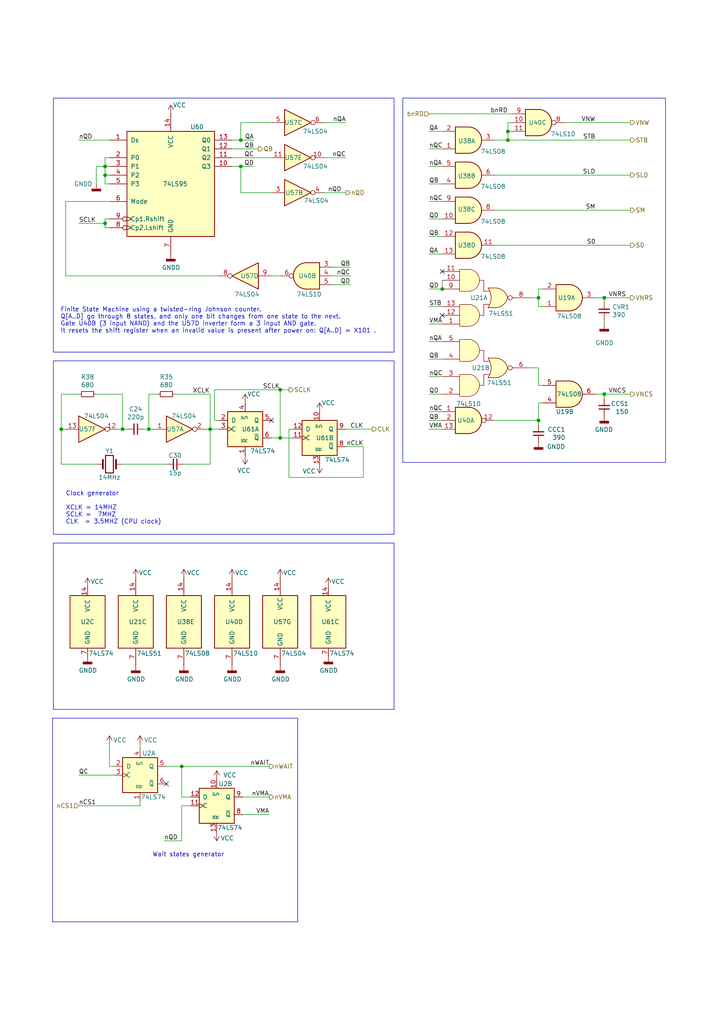
<source format=kicad_sch>
(kicad_sch (version 20230121) (generator eeschema)
  (paper "A4" portrait)
  (lib_symbols
    (symbol "74xx:74LS04"
      (property "Reference" "U" (at 0 1.27 0))
      (property "Value" "74LS04" (at 0 -1.27 0))
      (symbol "74LS04_1_0"
        (polyline (pts (xy -3.81 3.81) (xy -3.81 -3.81) (xy 3.81 0) (xy -3.81 3.81)) (stroke (width 0.254)) (fill (type background)))
        (pin input line (at -7.62 0 0) (length 3.81) (name "~") (number "1"))
        (pin output inverted (at 7.62 0 180) (length 3.81) (name "~") (number "2"))
      )
      (symbol "74LS04_2_0"
        (polyline (pts (xy -3.81 3.81) (xy -3.81 -3.81) (xy 3.81 0) (xy -3.81 3.81)) (stroke (width 0.254)) (fill (type background)))
        (pin input line (at -7.62 0 0) (length 3.81) (name "~") (number "3"))
        (pin output inverted (at 7.62 0 180) (length 3.81) (name "~") (number "4"))
      )
      (symbol "74LS04_3_0"
        (polyline (pts (xy -3.81 3.81) (xy -3.81 -3.81) (xy 3.81 0) (xy -3.81 3.81)) (stroke (width 0.254)) (fill (type background)))
        (pin input line (at -7.62 0 0) (length 3.81) (name "~") (number "5"))
        (pin output inverted (at 7.62 0 180) (length 3.81) (name "~") (number "6"))
      )
      (symbol "74LS04_4_0"
        (polyline (pts (xy -3.81 3.81) (xy -3.81 -3.81) (xy 3.81 0) (xy -3.81 3.81)) (stroke (width 0.254)) (fill (type background)))
        (pin output inverted (at 7.62 0 180) (length 3.81) (name "~") (number "8"))
        (pin input line (at -7.62 0 0) (length 3.81) (name "~") (number "9"))
      )
      (symbol "74LS04_5_0"
        (polyline (pts (xy -3.81 3.81) (xy -3.81 -3.81) (xy 3.81 0) (xy -3.81 3.81)) (stroke (width 0.254)) (fill (type background)))
        (pin output inverted (at 7.62 0 180) (length 3.81) (name "~") (number "10"))
        (pin input line (at -7.62 0 0) (length 3.81) (name "~") (number "11"))
      )
      (symbol "74LS04_6_0"
        (polyline (pts (xy -3.81 3.81) (xy -3.81 -3.81) (xy 3.81 0) (xy -3.81 3.81)) (stroke (width 0.254)) (fill (type background)))
        (pin output inverted (at 7.62 0 180) (length 3.81) (name "~") (number "12"))
        (pin input line (at -7.62 0 0) (length 3.81) (name "~") (number "13"))
      )
      (symbol "74LS04_7_0"
        (pin power_in line (at 0 12.7 270) (length 5.08) (name "VCC") (number "14"))
        (pin power_in line (at 0 -12.7 90) (length 5.08) (name "GND") (number "7"))
      )
      (symbol "74LS04_7_1"
        (rectangle (start -5.08 7.62) (end 5.08 -7.62) (stroke (width 0.254)) (fill (type background)))
      )
    )
    (symbol "74xx:74LS08" (pin_names (offset 1.016))
      (property "Reference" "U" (at 0 1.27 0))
      (property "Value" "74LS08" (at 0 -1.27 0))
      (symbol "74LS08_1_1"
        (arc (start 0 -3.81) (mid 3.7934 0) (end 0 3.81) (stroke (width 0.254)) (fill (type background)))
        (polyline (pts (xy 0 3.81) (xy -3.81 3.81) (xy -3.81 -3.81) (xy 0 -3.81)) (stroke (width 0.254)) (fill (type background)))
        (pin input line (at -7.62 2.54 0) (length 3.81) (name "~") (number "1"))
        (pin input line (at -7.62 -2.54 0) (length 3.81) (name "~") (number "2"))
        (pin output line (at 7.62 0 180) (length 3.81) (name "~") (number "3"))
      )
      (symbol "74LS08_1_2"
        (arc (start -3.81 -3.81) (mid -2.589 0) (end -3.81 3.81) (stroke (width 0.254)))
        (arc (start -0.6096 -3.81) (mid 2.1842 -2.5851) (end 3.81 0) (stroke (width 0.254)) (fill (type background)))
        (polyline (pts (xy -3.81 -3.81) (xy -0.635 -3.81)) (stroke (width 0.254)) (fill (type background)))
        (polyline (pts (xy -3.81 3.81) (xy -0.635 3.81)) (stroke (width 0.254)) (fill (type background)))
        (polyline (pts (xy -0.635 3.81) (xy -3.81 3.81) (xy -3.81 3.81) (xy -3.556 3.4036) (xy -3.0226 2.2606) (xy -2.6924 1.0414) (xy -2.6162 -0.254) (xy -2.7686 -1.4986) (xy -3.175 -2.7178) (xy -3.81 -3.81) (xy -3.81 -3.81) (xy -0.635 -3.81)) (stroke (width -25.4)) (fill (type background)))
        (arc (start 3.81 0) (mid 2.1915 2.5936) (end -0.6096 3.81) (stroke (width 0.254)) (fill (type background)))
        (pin input inverted (at -7.62 2.54 0) (length 4.318) (name "~") (number "1"))
        (pin input inverted (at -7.62 -2.54 0) (length 4.318) (name "~") (number "2"))
        (pin output inverted (at 7.62 0 180) (length 3.81) (name "~") (number "3"))
      )
      (symbol "74LS08_2_1"
        (arc (start 0 -3.81) (mid 3.7934 0) (end 0 3.81) (stroke (width 0.254)) (fill (type background)))
        (polyline (pts (xy 0 3.81) (xy -3.81 3.81) (xy -3.81 -3.81) (xy 0 -3.81)) (stroke (width 0.254)) (fill (type background)))
        (pin input line (at -7.62 2.54 0) (length 3.81) (name "~") (number "4"))
        (pin input line (at -7.62 -2.54 0) (length 3.81) (name "~") (number "5"))
        (pin output line (at 7.62 0 180) (length 3.81) (name "~") (number "6"))
      )
      (symbol "74LS08_2_2"
        (arc (start -3.81 -3.81) (mid -2.589 0) (end -3.81 3.81) (stroke (width 0.254)))
        (arc (start -0.6096 -3.81) (mid 2.1842 -2.5851) (end 3.81 0) (stroke (width 0.254)) (fill (type background)))
        (polyline (pts (xy -3.81 -3.81) (xy -0.635 -3.81)) (stroke (width 0.254)) (fill (type background)))
        (polyline (pts (xy -3.81 3.81) (xy -0.635 3.81)) (stroke (width 0.254)) (fill (type background)))
        (polyline (pts (xy -0.635 3.81) (xy -3.81 3.81) (xy -3.81 3.81) (xy -3.556 3.4036) (xy -3.0226 2.2606) (xy -2.6924 1.0414) (xy -2.6162 -0.254) (xy -2.7686 -1.4986) (xy -3.175 -2.7178) (xy -3.81 -3.81) (xy -3.81 -3.81) (xy -0.635 -3.81)) (stroke (width -25.4)) (fill (type background)))
        (arc (start 3.81 0) (mid 2.1915 2.5936) (end -0.6096 3.81) (stroke (width 0.254)) (fill (type background)))
        (pin input inverted (at -7.62 2.54 0) (length 4.318) (name "~") (number "4"))
        (pin input inverted (at -7.62 -2.54 0) (length 4.318) (name "~") (number "5"))
        (pin output inverted (at 7.62 0 180) (length 3.81) (name "~") (number "6"))
      )
      (symbol "74LS08_3_1"
        (arc (start 0 -3.81) (mid 3.7934 0) (end 0 3.81) (stroke (width 0.254)) (fill (type background)))
        (polyline (pts (xy 0 3.81) (xy -3.81 3.81) (xy -3.81 -3.81) (xy 0 -3.81)) (stroke (width 0.254)) (fill (type background)))
        (pin input line (at -7.62 -2.54 0) (length 3.81) (name "~") (number "10"))
        (pin output line (at 7.62 0 180) (length 3.81) (name "~") (number "8"))
        (pin input line (at -7.62 2.54 0) (length 3.81) (name "~") (number "9"))
      )
      (symbol "74LS08_3_2"
        (arc (start -3.81 -3.81) (mid -2.589 0) (end -3.81 3.81) (stroke (width 0.254)))
        (arc (start -0.6096 -3.81) (mid 2.1842 -2.5851) (end 3.81 0) (stroke (width 0.254)) (fill (type background)))
        (polyline (pts (xy -3.81 -3.81) (xy -0.635 -3.81)) (stroke (width 0.254)) (fill (type background)))
        (polyline (pts (xy -3.81 3.81) (xy -0.635 3.81)) (stroke (width 0.254)) (fill (type background)))
        (polyline (pts (xy -0.635 3.81) (xy -3.81 3.81) (xy -3.81 3.81) (xy -3.556 3.4036) (xy -3.0226 2.2606) (xy -2.6924 1.0414) (xy -2.6162 -0.254) (xy -2.7686 -1.4986) (xy -3.175 -2.7178) (xy -3.81 -3.81) (xy -3.81 -3.81) (xy -0.635 -3.81)) (stroke (width -25.4)) (fill (type background)))
        (arc (start 3.81 0) (mid 2.1915 2.5936) (end -0.6096 3.81) (stroke (width 0.254)) (fill (type background)))
        (pin input inverted (at -7.62 -2.54 0) (length 4.318) (name "~") (number "10"))
        (pin output inverted (at 7.62 0 180) (length 3.81) (name "~") (number "8"))
        (pin input inverted (at -7.62 2.54 0) (length 4.318) (name "~") (number "9"))
      )
      (symbol "74LS08_4_1"
        (arc (start 0 -3.81) (mid 3.7934 0) (end 0 3.81) (stroke (width 0.254)) (fill (type background)))
        (polyline (pts (xy 0 3.81) (xy -3.81 3.81) (xy -3.81 -3.81) (xy 0 -3.81)) (stroke (width 0.254)) (fill (type background)))
        (pin output line (at 7.62 0 180) (length 3.81) (name "~") (number "11"))
        (pin input line (at -7.62 2.54 0) (length 3.81) (name "~") (number "12"))
        (pin input line (at -7.62 -2.54 0) (length 3.81) (name "~") (number "13"))
      )
      (symbol "74LS08_4_2"
        (arc (start -3.81 -3.81) (mid -2.589 0) (end -3.81 3.81) (stroke (width 0.254)))
        (arc (start -0.6096 -3.81) (mid 2.1842 -2.5851) (end 3.81 0) (stroke (width 0.254)) (fill (type background)))
        (polyline (pts (xy -3.81 -3.81) (xy -0.635 -3.81)) (stroke (width 0.254)) (fill (type background)))
        (polyline (pts (xy -3.81 3.81) (xy -0.635 3.81)) (stroke (width 0.254)) (fill (type background)))
        (polyline (pts (xy -0.635 3.81) (xy -3.81 3.81) (xy -3.81 3.81) (xy -3.556 3.4036) (xy -3.0226 2.2606) (xy -2.6924 1.0414) (xy -2.6162 -0.254) (xy -2.7686 -1.4986) (xy -3.175 -2.7178) (xy -3.81 -3.81) (xy -3.81 -3.81) (xy -0.635 -3.81)) (stroke (width -25.4)) (fill (type background)))
        (arc (start 3.81 0) (mid 2.1915 2.5936) (end -0.6096 3.81) (stroke (width 0.254)) (fill (type background)))
        (pin output inverted (at 7.62 0 180) (length 3.81) (name "~") (number "11"))
        (pin input inverted (at -7.62 2.54 0) (length 4.318) (name "~") (number "12"))
        (pin input inverted (at -7.62 -2.54 0) (length 4.318) (name "~") (number "13"))
      )
      (symbol "74LS08_5_0"
        (pin power_in line (at 0 12.7 270) (length 5.08) (name "VCC") (number "14"))
        (pin power_in line (at 0 -12.7 90) (length 5.08) (name "GND") (number "7"))
      )
      (symbol "74LS08_5_1"
        (rectangle (start -5.08 7.62) (end 5.08 -7.62) (stroke (width 0.254)) (fill (type background)))
      )
    )
    (symbol "74xx:74LS10" (pin_names (offset 1.016))
      (property "Reference" "U" (at 0 1.27 0))
      (property "Value" "74LS10" (at 0 -1.27 0))
      (symbol "74LS10_1_1"
        (arc (start 0 -3.81) (mid 3.7934 0) (end 0 3.81) (stroke (width 0.254)) (fill (type background)))
        (polyline (pts (xy 0 3.81) (xy -3.81 3.81) (xy -3.81 -3.81) (xy 0 -3.81)) (stroke (width 0.254)) (fill (type background)))
        (pin input line (at -7.62 2.54 0) (length 3.81) (name "~") (number "1"))
        (pin output inverted (at 7.62 0 180) (length 3.81) (name "~") (number "12"))
        (pin input line (at -7.62 -2.54 0) (length 3.81) (name "~") (number "13"))
        (pin input line (at -7.62 0 0) (length 3.81) (name "~") (number "2"))
      )
      (symbol "74LS10_1_2"
        (arc (start -3.81 -3.81) (mid -2.589 0) (end -3.81 3.81) (stroke (width 0.254)))
        (arc (start -0.6096 -3.81) (mid 2.1842 -2.5851) (end 3.81 0) (stroke (width 0.254)) (fill (type background)))
        (polyline (pts (xy -3.81 -3.81) (xy -0.635 -3.81)) (stroke (width 0.254)) (fill (type background)))
        (polyline (pts (xy -3.81 3.81) (xy -0.635 3.81)) (stroke (width 0.254)) (fill (type background)))
        (polyline (pts (xy -0.635 3.81) (xy -3.81 3.81) (xy -3.81 3.81) (xy -3.556 3.4036) (xy -3.0226 2.2606) (xy -2.6924 1.0414) (xy -2.6162 -0.254) (xy -2.7686 -1.4986) (xy -3.175 -2.7178) (xy -3.81 -3.81) (xy -3.81 -3.81) (xy -0.635 -3.81)) (stroke (width -25.4)) (fill (type background)))
        (arc (start 3.81 0) (mid 2.1915 2.5936) (end -0.6096 3.81) (stroke (width 0.254)) (fill (type background)))
        (pin input inverted (at -7.62 2.54 0) (length 4.318) (name "~") (number "1"))
        (pin output line (at 7.62 0 180) (length 3.81) (name "~") (number "12"))
        (pin input inverted (at -7.62 -2.54 0) (length 4.318) (name "~") (number "13"))
        (pin input inverted (at -7.62 0 0) (length 4.953) (name "~") (number "2"))
      )
      (symbol "74LS10_2_1"
        (arc (start 0 -3.81) (mid 3.7934 0) (end 0 3.81) (stroke (width 0.254)) (fill (type background)))
        (polyline (pts (xy 0 3.81) (xy -3.81 3.81) (xy -3.81 -3.81) (xy 0 -3.81)) (stroke (width 0.254)) (fill (type background)))
        (pin input line (at -7.62 2.54 0) (length 3.81) (name "~") (number "3"))
        (pin input line (at -7.62 0 0) (length 3.81) (name "~") (number "4"))
        (pin input line (at -7.62 -2.54 0) (length 3.81) (name "~") (number "5"))
        (pin output inverted (at 7.62 0 180) (length 3.81) (name "~") (number "6"))
      )
      (symbol "74LS10_2_2"
        (arc (start -3.81 -3.81) (mid -2.589 0) (end -3.81 3.81) (stroke (width 0.254)))
        (arc (start -0.6096 -3.81) (mid 2.1842 -2.5851) (end 3.81 0) (stroke (width 0.254)) (fill (type background)))
        (polyline (pts (xy -3.81 -3.81) (xy -0.635 -3.81)) (stroke (width 0.254)) (fill (type background)))
        (polyline (pts (xy -3.81 3.81) (xy -0.635 3.81)) (stroke (width 0.254)) (fill (type background)))
        (polyline (pts (xy -0.635 3.81) (xy -3.81 3.81) (xy -3.81 3.81) (xy -3.556 3.4036) (xy -3.0226 2.2606) (xy -2.6924 1.0414) (xy -2.6162 -0.254) (xy -2.7686 -1.4986) (xy -3.175 -2.7178) (xy -3.81 -3.81) (xy -3.81 -3.81) (xy -0.635 -3.81)) (stroke (width -25.4)) (fill (type background)))
        (arc (start 3.81 0) (mid 2.1915 2.5936) (end -0.6096 3.81) (stroke (width 0.254)) (fill (type background)))
        (pin input inverted (at -7.62 2.54 0) (length 4.318) (name "~") (number "3"))
        (pin input inverted (at -7.62 0 0) (length 4.953) (name "~") (number "4"))
        (pin input inverted (at -7.62 -2.54 0) (length 4.318) (name "~") (number "5"))
        (pin output line (at 7.62 0 180) (length 3.81) (name "~") (number "6"))
      )
      (symbol "74LS10_3_1"
        (arc (start 0 -3.81) (mid 3.7934 0) (end 0 3.81) (stroke (width 0.254)) (fill (type background)))
        (polyline (pts (xy 0 3.81) (xy -3.81 3.81) (xy -3.81 -3.81) (xy 0 -3.81)) (stroke (width 0.254)) (fill (type background)))
        (pin input line (at -7.62 0 0) (length 3.81) (name "~") (number "10"))
        (pin input line (at -7.62 -2.54 0) (length 3.81) (name "~") (number "11"))
        (pin output inverted (at 7.62 0 180) (length 3.81) (name "~") (number "8"))
        (pin input line (at -7.62 2.54 0) (length 3.81) (name "~") (number "9"))
      )
      (symbol "74LS10_3_2"
        (arc (start -3.81 -3.81) (mid -2.589 0) (end -3.81 3.81) (stroke (width 0.254)))
        (arc (start -0.6096 -3.81) (mid 2.1842 -2.5851) (end 3.81 0) (stroke (width 0.254)) (fill (type background)))
        (polyline (pts (xy -3.81 -3.81) (xy -0.635 -3.81)) (stroke (width 0.254)) (fill (type background)))
        (polyline (pts (xy -3.81 3.81) (xy -0.635 3.81)) (stroke (width 0.254)) (fill (type background)))
        (polyline (pts (xy -0.635 3.81) (xy -3.81 3.81) (xy -3.81 3.81) (xy -3.556 3.4036) (xy -3.0226 2.2606) (xy -2.6924 1.0414) (xy -2.6162 -0.254) (xy -2.7686 -1.4986) (xy -3.175 -2.7178) (xy -3.81 -3.81) (xy -3.81 -3.81) (xy -0.635 -3.81)) (stroke (width -25.4)) (fill (type background)))
        (arc (start 3.81 0) (mid 2.1915 2.5936) (end -0.6096 3.81) (stroke (width 0.254)) (fill (type background)))
        (pin input inverted (at -7.62 0 0) (length 4.953) (name "~") (number "10"))
        (pin input inverted (at -7.62 -2.54 0) (length 4.318) (name "~") (number "11"))
        (pin output line (at 7.62 0 180) (length 3.81) (name "~") (number "8"))
        (pin input inverted (at -7.62 2.54 0) (length 4.318) (name "~") (number "9"))
      )
      (symbol "74LS10_4_0"
        (pin power_in line (at 0 12.7 270) (length 5.08) (name "VCC") (number "14"))
        (pin power_in line (at 0 -12.7 90) (length 5.08) (name "GND") (number "7"))
      )
      (symbol "74LS10_4_1"
        (rectangle (start -5.08 7.62) (end 5.08 -7.62) (stroke (width 0.254)) (fill (type background)))
      )
    )
    (symbol "74xx:74LS51" (pin_names (offset 1.016))
      (property "Reference" "U" (at -7.62 10.16 0))
      (property "Value" "74LS51" (at -7.62 -10.16 0))
      (symbol "74LS51_1_0"
        (arc (start -5.08 -8.255) (mid -1.9188 -5.08) (end -5.08 -1.905) (fill (type background)))
        (arc (start -5.08 1.905) (mid -1.9188 5.08) (end -5.08 8.255) (fill (type background)))
        (polyline (pts (xy -5.08 -1.905) (xy -7.62 -1.905) (xy -7.62 -8.255) (xy -5.08 -8.255)) (fill (type background)))
        (polyline (pts (xy -5.08 1.905) (xy -7.62 1.905) (xy -7.62 8.255) (xy -5.08 8.255)) (fill (type background)))
        (polyline (pts (xy -1.905 -5.08) (xy -0.635 -5.08) (xy -0.635 -1.905) (xy 1.016 -1.905)))
        (polyline (pts (xy -1.905 5.08) (xy -0.635 5.08) (xy -0.635 1.905) (xy 1.016 1.905)))
        (polyline (pts (xy 2.9718 2.8702) (xy 0.5842 2.8702) (xy 0.5842 2.8448) (xy 0.635 2.7432) (xy 0.7112 2.6416) (xy 0.762 2.54) (xy 0.8382 2.4384) (xy 0.889 2.3114) (xy 0.9652 2.2098) (xy 1.016 2.0828) (xy 1.0668 1.9812) (xy 1.1176 1.8542) (xy 1.1684 1.7526) (xy 1.2192 1.6256) (xy 1.2446 1.4986) (xy 1.2954 1.3716) (xy 1.3208 1.27) (xy 1.3462 1.143) (xy 1.3716 1.016) (xy 1.397 0.889) (xy 1.4224 0.762) (xy 1.4478 0.635) (xy 1.4478 0.508) (xy 1.4732 0.381) (xy 1.4732 0.254) (xy 1.4732 0.127) (xy 1.4732 0) (xy 1.4732 -0.127) (xy 1.4732 -0.254) (xy 1.4732 -0.381) (xy 1.4732 -0.508) (xy 1.4478 -0.635) (xy 1.4224 -0.762) (xy 1.397 -0.889) (xy 1.397 -1.016) (xy 1.3462 -1.143) (xy 1.3208 -1.2446) (xy 1.2954 -1.3716) (xy 1.2446 -1.4986) (xy 1.2192 -1.6256) (xy 1.1684 -1.7272) (xy 1.1176 -1.8542) (xy 1.0668 -1.9812) (xy 1.016 -2.0828) (xy 0.9652 -2.2098) (xy 0.9144 -2.3114) (xy 0.8636 -2.4384) (xy 0.7874 -2.54) (xy 0.7112 -2.6416) (xy 0.6604 -2.7432) (xy 0.5842 -2.8448) (xy 0.5842 -2.8448) (xy 2.9718 -2.8448)) (stroke (width 0.1778)) (fill (type background)))
        (arc (start 2.9718 -2.8448) (mid 5.0811 -1.9407) (end 6.2992 0) (stroke (width 0.1778)) (fill (type background)))
        (arc (start 6.2992 0) (mid 5.0781 1.9435) (end 2.9718 2.8702) (stroke (width 0.1778)) (fill (type background)))
        (circle (center 6.985 0) (radius 0.635))
        (pin input line (at -12.7 7.62 0) (length 5.08) (name "~") (number "1"))
        (pin input line (at -12.7 -5.08 0) (length 5.08) (name "~") (number "10"))
        (pin input line (at -12.7 -7.62 0) (length 5.08) (name "~") (number "11"))
        (pin input line (at -12.7 5.08 0) (length 5.08) (name "~") (number "12"))
        (pin input line (at -12.7 2.54 0) (length 5.08) (name "~") (number "13"))
        (pin output line (at 12.7 0 180) (length 5.08) (name "~") (number "8"))
        (pin input line (at -12.7 -2.54 0) (length 5.08) (name "~") (number "9"))
      )
      (symbol "74LS51_2_0"
        (arc (start -5.08 -8.255) (mid -1.9188 -5.08) (end -5.08 -1.905) (fill (type background)))
        (arc (start -5.08 1.905) (mid -1.9188 5.08) (end -5.08 8.255) (fill (type background)))
        (polyline (pts (xy -5.08 -1.905) (xy -7.62 -1.905) (xy -7.62 -8.255) (xy -5.08 -8.255)) (fill (type background)))
        (polyline (pts (xy -5.08 1.905) (xy -7.62 1.905) (xy -7.62 8.255) (xy -5.08 8.255)) (fill (type background)))
        (polyline (pts (xy -1.905 -5.08) (xy -0.635 -5.08) (xy -0.635 -1.905) (xy 1.016 -1.905)))
        (polyline (pts (xy -1.905 5.08) (xy -0.635 5.08) (xy -0.635 1.905) (xy 1.016 1.905)))
        (polyline (pts (xy 2.9718 2.8702) (xy 0.5842 2.8702) (xy 0.5842 2.8448) (xy 0.635 2.7432) (xy 0.7112 2.6416) (xy 0.762 2.54) (xy 0.8382 2.4384) (xy 0.889 2.3114) (xy 0.9652 2.2098) (xy 1.016 2.0828) (xy 1.0668 1.9812) (xy 1.1176 1.8542) (xy 1.1684 1.7526) (xy 1.2192 1.6256) (xy 1.2446 1.4986) (xy 1.2954 1.3716) (xy 1.3208 1.27) (xy 1.3462 1.143) (xy 1.3716 1.016) (xy 1.397 0.889) (xy 1.4224 0.762) (xy 1.4478 0.635) (xy 1.4478 0.508) (xy 1.4732 0.381) (xy 1.4732 0.254) (xy 1.4732 0.127) (xy 1.4732 0) (xy 1.4732 -0.127) (xy 1.4732 -0.254) (xy 1.4732 -0.381) (xy 1.4732 -0.508) (xy 1.4478 -0.635) (xy 1.4224 -0.762) (xy 1.397 -0.889) (xy 1.397 -1.016) (xy 1.3462 -1.143) (xy 1.3208 -1.2446) (xy 1.2954 -1.3716) (xy 1.2446 -1.4986) (xy 1.2192 -1.6256) (xy 1.1684 -1.7272) (xy 1.1176 -1.8542) (xy 1.0668 -1.9812) (xy 1.016 -2.0828) (xy 0.9652 -2.2098) (xy 0.9144 -2.3114) (xy 0.8636 -2.4384) (xy 0.7874 -2.54) (xy 0.7112 -2.6416) (xy 0.6604 -2.7432) (xy 0.5842 -2.8448) (xy 0.5842 -2.8448) (xy 2.9718 -2.8448)) (stroke (width 0.1778)) (fill (type background)))
        (arc (start 2.9718 -2.8448) (mid 5.0811 -1.9407) (end 6.2992 0) (stroke (width 0.1778)) (fill (type background)))
        (arc (start 6.2992 0) (mid 5.0781 1.9435) (end 2.9718 2.8702) (stroke (width 0.1778)) (fill (type background)))
        (circle (center 6.985 0) (radius 0.635))
        (pin input line (at -12.7 7.62 0) (length 5.08) (name "~") (number "2"))
        (pin input line (at -12.7 2.54 0) (length 5.08) (name "~") (number "3"))
        (pin input line (at -12.7 -2.54 0) (length 5.08) (name "~") (number "4"))
        (pin input line (at -12.7 -7.62 0) (length 5.08) (name "~") (number "5"))
        (pin output line (at 12.7 0 180) (length 5.08) (name "~") (number "6"))
      )
      (symbol "74LS51_3_0"
        (pin power_in line (at 0 12.7 270) (length 5.08) (name "VCC") (number "14"))
        (pin power_in line (at 0 -12.7 90) (length 5.08) (name "GND") (number "7"))
      )
      (symbol "74LS51_3_1"
        (rectangle (start -5.08 7.62) (end 5.08 -7.62) (stroke (width 0.254)) (fill (type background)))
      )
    )
    (symbol "74xx:74LS74" (pin_names (offset 1.016))
      (property "Reference" "U" (at -7.62 8.89 0))
      (property "Value" "74LS74" (at -7.62 -8.89 0))
      (symbol "74LS74_1_0"
        (pin input line (at 0 -7.62 90) (length 2.54) (name "~{R}") (number "1"))
        (pin input line (at -7.62 2.54 0) (length 2.54) (name "D") (number "2"))
        (pin input clock (at -7.62 0 0) (length 2.54) (name "C") (number "3"))
        (pin input line (at 0 7.62 270) (length 2.54) (name "~{S}") (number "4"))
        (pin output line (at 7.62 2.54 180) (length 2.54) (name "Q") (number "5"))
        (pin output line (at 7.62 -2.54 180) (length 2.54) (name "~{Q}") (number "6"))
      )
      (symbol "74LS74_1_1"
        (rectangle (start -5.08 5.08) (end 5.08 -5.08) (stroke (width 0.254)) (fill (type background)))
      )
      (symbol "74LS74_2_0"
        (pin input line (at 0 7.62 270) (length 2.54) (name "~{S}") (number "10"))
        (pin input clock (at -7.62 0 0) (length 2.54) (name "C") (number "11"))
        (pin input line (at -7.62 2.54 0) (length 2.54) (name "D") (number "12"))
        (pin input line (at 0 -7.62 90) (length 2.54) (name "~{R}") (number "13"))
        (pin output line (at 7.62 -2.54 180) (length 2.54) (name "~{Q}") (number "8"))
        (pin output line (at 7.62 2.54 180) (length 2.54) (name "Q") (number "9"))
      )
      (symbol "74LS74_2_1"
        (rectangle (start -5.08 5.08) (end 5.08 -5.08) (stroke (width 0.254)) (fill (type background)))
      )
      (symbol "74LS74_3_0"
        (pin power_in line (at 0 10.16 270) (length 2.54) (name "VCC") (number "14"))
        (pin power_in line (at 0 -10.16 90) (length 2.54) (name "GND") (number "7"))
      )
      (symbol "74LS74_3_1"
        (rectangle (start -5.08 7.62) (end 5.08 -7.62) (stroke (width 0.254)) (fill (type background)))
      )
    )
    (symbol "74xx:74LS95" (pin_names (offset 1.016))
      (property "Reference" "U" (at -7.62 16.51 0))
      (property "Value" "74LS95" (at -7.62 -16.51 0))
      (symbol "74LS95_1_0"
        (pin input line (at -17.78 12.7 0) (length 5.08) (name "Ds") (number "1"))
        (pin output line (at 17.78 5.08 180) (length 5.08) (name "Q3") (number "10"))
        (pin output line (at 17.78 7.62 180) (length 5.08) (name "Q2") (number "11"))
        (pin output line (at 17.78 10.16 180) (length 5.08) (name "Q1") (number "12"))
        (pin output line (at 17.78 12.7 180) (length 5.08) (name "Q0") (number "13"))
        (pin power_in line (at 0 20.32 270) (length 5.08) (name "VCC") (number "14"))
        (pin input line (at -17.78 7.62 0) (length 5.08) (name "P0") (number "2"))
        (pin input line (at -17.78 5.08 0) (length 5.08) (name "P1") (number "3"))
        (pin input line (at -17.78 2.54 0) (length 5.08) (name "P2") (number "4"))
        (pin input line (at -17.78 0 0) (length 5.08) (name "P3") (number "5"))
        (pin input line (at -17.78 -5.08 0) (length 5.08) (name "Mode") (number "6"))
        (pin power_in line (at 0 -20.32 90) (length 5.08) (name "GND") (number "7"))
        (pin input inverted_clock (at -17.78 -12.7 0) (length 5.08) (name "Cp2.Lshift") (number "8"))
        (pin input inverted_clock (at -17.78 -10.16 0) (length 5.08) (name "Cp1.Rshift") (number "9"))
      )
      (symbol "74LS95_1_1"
        (rectangle (start -12.7 15.24) (end 12.7 -15.24) (stroke (width 0.254)) (fill (type background)))
      )
    )
    (symbol "Device:C_Small" (pin_numbers hide) (pin_names (offset 0.254) hide)
      (property "Reference" "C" (at 0.254 1.778 0))
      (property "Value" "C_Small" (at 0.254 -2.032 0))
      (symbol "C_Small_0_1"
        (polyline (pts (xy -1.524 -0.508) (xy 1.524 -0.508)) (stroke (width 0.3302)))
        (polyline (pts (xy -1.524 0.508) (xy 1.524 0.508)) (stroke (width 0.3048)))
      )
      (symbol "C_Small_1_1"
        (pin passive line (at 0 2.54 270) (length 2.032) (name "~") (number "1"))
        (pin passive line (at 0 -2.54 90) (length 2.032) (name "~") (number "2"))
      )
    )
    (symbol "Device:Crystal" (pin_numbers hide) (pin_names (offset 1.016) hide)
      (property "Reference" "Y" (at 0 3.81 0))
      (property "Value" "Crystal" (at 0 -3.81 0))
      (symbol "Crystal_0_1"
        (rectangle (start -1.143 2.54) (end 1.143 -2.54) (stroke (width 0.3048)))
        (polyline (pts (xy -2.54 0) (xy -1.905 0)))
        (polyline (pts (xy -1.905 -1.27) (xy -1.905 1.27)) (stroke (width 0.508)))
        (polyline (pts (xy 1.905 -1.27) (xy 1.905 1.27)) (stroke (width 0.508)))
        (polyline (pts (xy 2.54 0) (xy 1.905 0)))
      )
      (symbol "Crystal_1_1"
        (pin passive line (at -3.81 0 0) (length 1.27) (name "1") (number "1"))
        (pin passive line (at 3.81 0 180) (length 1.27) (name "2") (number "2"))
      )
    )
    (symbol "Device:R_Small" (pin_numbers hide) (pin_names (offset 0.254) hide)
      (property "Reference" "R" (at 0.762 0.508 0))
      (property "Value" "R_Small" (at 0.762 -1.016 0))
      (symbol "R_Small_0_1"
        (rectangle (start -0.762 1.778) (end 0.762 -1.778) (stroke (width 0.2032)))
      )
      (symbol "R_Small_1_1"
        (pin passive line (at 0 2.54 270) (length 0.762) (name "~") (number "1"))
        (pin passive line (at 0 -2.54 90) (length 0.762) (name "~") (number "2"))
      )
    )
    (symbol "power:GNDD" (power) (pin_names (offset 0))
      (property "Value" "GNDD" (at 0 -3.175 0))
      (symbol "GNDD_0_1"
        (rectangle (start -1.27 -1.524) (end 1.27 -2.032) (stroke (width 0.254)) (fill (type outline)))
        (polyline (pts (xy 0 0) (xy 0 -1.524)))
      )
      (symbol "GNDD_1_1"
        (pin power_in line (at 0 0 270) (length 0) hide (name "GNDD") (number "1"))
      )
    )
    (symbol "power:VCC" (power) (pin_names (offset 0))
      (property "Value" "VCC" (at 0 3.81 0))
      (symbol "VCC_0_1"
        (polyline (pts (xy -0.762 1.27) (xy 0 2.54)))
        (polyline (pts (xy 0 0) (xy 0 2.54)))
        (polyline (pts (xy 0 2.54) (xy 0.762 1.27)))
      )
      (symbol "VCC_1_1"
        (pin power_in line (at 0 0 90) (length 0) hide (name "VCC") (number "1"))
      )
    )
  )
  (junction (at 175.26 86.36))
  (junction (at 147.32 40.64))
  (junction (at 52.705 222.25))
  (junction (at 128.27 83.82))
  (junction (at 30.48 50.8))
  (junction (at 35.56 124.46))
  (junction (at 69.85 48.26))
  (junction (at 69.85 40.64))
  (junction (at 30.48 48.26))
  (junction (at 81.28 127))
  (junction (at 43.18 124.46))
  (junction (at 156.21 86.36))
  (junction (at 147.32 38.1))
  (junction (at 156.21 121.92))
  (junction (at 81.28 113.03))
  (junction (at 17.78 124.46))
  (junction (at 30.48 64.77))
  (junction (at 175.26 114.3))
  (junction (at 60.96 124.46))
  (no_connect (at 48.26 227.33))
  (no_connect (at 128.27 91.44))
  (no_connect (at 128.27 78.74))
  (no_connect (at 78.74 121.92))
  (wire (pts (xy 124.46 48.26) (xy 128.27 48.26)))
  (wire (pts (xy 156.21 116.84) (xy 156.21 121.92)))
  (wire (pts (xy 124.46 124.46) (xy 128.27 124.46)))
  (wire (pts (xy 19.05 58.42) (xy 31.75 58.42)))
  (wire (pts (xy 31.75 48.26) (xy 30.48 48.26)))
  (wire (pts (xy 147.32 40.64) (xy 182.88 40.64)))
  (wire (pts (xy 175.26 86.36) (xy 175.26 87.63)))
  (wire (pts (xy 70.485 231.14) (xy 78.105 231.14)))
  (wire (pts (xy 124.46 43.18) (xy 128.27 43.18)))
  (wire (pts (xy 30.48 53.34) (xy 30.48 50.8)))
  (wire (pts (xy 30.48 45.72) (xy 30.48 48.26)))
  (wire (pts (xy 156.21 88.9) (xy 156.21 86.36)))
  (wire (pts (xy 30.48 66.04) (xy 31.75 66.04)))
  (wire (pts (xy 69.85 48.26) (xy 73.66 48.26)))
  (wire (pts (xy 156.21 111.76) (xy 156.21 106.68)))
  (wire (pts (xy 128.27 81.28) (xy 128.27 83.82)))
  (wire (pts (xy 157.48 83.82) (xy 156.21 83.82)))
  (wire (pts (xy 147.32 35.56) (xy 147.32 38.1)))
  (wire (pts (xy 22.86 224.79) (xy 33.02 224.79)))
  (wire (pts (xy 175.26 114.3) (xy 175.26 115.57)))
  (wire (pts (xy 156.21 106.68) (xy 153.67 106.68)))
  (wire (pts (xy 163.83 35.56) (xy 182.88 35.56)))
  (wire (pts (xy 124.46 114.3) (xy 128.27 114.3)))
  (wire (pts (xy 69.85 40.64) (xy 73.66 40.64)))
  (wire (pts (xy 30.48 45.72) (xy 31.75 45.72)))
  (wire (pts (xy 147.32 38.1) (xy 147.32 40.64)))
  (wire (pts (xy 67.31 43.18) (xy 74.93 43.18)))
  (wire (pts (xy 124.46 121.92) (xy 128.27 121.92)))
  (wire (pts (xy 124.46 58.42) (xy 128.27 58.42)))
  (wire (pts (xy 143.51 40.64) (xy 147.32 40.64)))
  (wire (pts (xy 52.705 243.84) (xy 47.625 243.84)))
  (wire (pts (xy 124.46 83.82) (xy 128.27 83.82)))
  (wire (pts (xy 78.74 80.01) (xy 81.28 80.01)))
  (wire (pts (xy 27.94 48.26) (xy 27.94 53.34)))
  (wire (pts (xy 96.52 77.47) (xy 101.6 77.47)))
  (wire (pts (xy 17.78 124.46) (xy 17.78 134.62)))
  (wire (pts (xy 143.51 121.92) (xy 156.21 121.92)))
  (wire (pts (xy 175.26 92.71) (xy 175.26 93.98)))
  (wire (pts (xy 81.28 127) (xy 78.74 127)))
  (wire (pts (xy 175.26 86.36) (xy 182.88 86.36)))
  (wire (pts (xy 124.46 68.58) (xy 128.27 68.58)))
  (wire (pts (xy 124.46 104.14) (xy 128.27 104.14)))
  (wire (pts (xy 52.705 233.68) (xy 55.245 233.68)))
  (wire (pts (xy 60.96 114.3) (xy 60.96 124.46)))
  (wire (pts (xy 31.75 222.25) (xy 31.75 215.9)))
  (wire (pts (xy 69.85 55.88) (xy 78.74 55.88)))
  (wire (pts (xy 53.34 134.62) (xy 60.96 134.62)))
  (wire (pts (xy 30.48 48.26) (xy 27.94 48.26)))
  (wire (pts (xy 128.27 88.9) (xy 124.46 88.9)))
  (wire (pts (xy 156.21 86.36) (xy 156.21 83.82)))
  (wire (pts (xy 17.78 124.46) (xy 17.78 114.3)))
  (wire (pts (xy 70.485 236.22) (xy 78.105 236.22)))
  (wire (pts (xy 17.78 134.62) (xy 27.94 134.62)))
  (wire (pts (xy 85.09 124.46) (xy 83.82 124.46)))
  (wire (pts (xy 52.705 222.25) (xy 52.705 231.14)))
  (wire (pts (xy 62.23 113.03) (xy 81.28 113.03)))
  (wire (pts (xy 148.59 35.56) (xy 147.32 35.56)))
  (wire (pts (xy 93.98 55.88) (xy 100.33 55.88)))
  (wire (pts (xy 43.18 124.46) (xy 44.45 124.46)))
  (wire (pts (xy 100.33 124.46) (xy 107.95 124.46)))
  (wire (pts (xy 62.23 121.92) (xy 62.23 113.03)))
  (wire (pts (xy 172.72 114.3) (xy 175.26 114.3)))
  (wire (pts (xy 31.75 53.34) (xy 30.48 53.34)))
  (wire (pts (xy 124.46 93.98) (xy 128.27 93.98)))
  (wire (pts (xy 48.26 222.25) (xy 52.705 222.25)))
  (wire (pts (xy 67.31 45.72) (xy 78.74 45.72)))
  (wire (pts (xy 40.64 215.9) (xy 40.64 217.17)))
  (wire (pts (xy 124.46 99.06) (xy 128.27 99.06)))
  (wire (pts (xy 43.18 124.46) (xy 43.18 114.3)))
  (wire (pts (xy 30.48 64.77) (xy 22.86 64.77)))
  (wire (pts (xy 30.48 63.5) (xy 30.48 64.77)))
  (wire (pts (xy 153.67 86.36) (xy 156.21 86.36)))
  (wire (pts (xy 147.32 38.1) (xy 148.59 38.1)))
  (wire (pts (xy 157.48 111.76) (xy 156.21 111.76)))
  (wire (pts (xy 143.51 50.8) (xy 182.88 50.8)))
  (wire (pts (xy 34.29 124.46) (xy 35.56 124.46)))
  (wire (pts (xy 157.48 116.84) (xy 156.21 116.84)))
  (wire (pts (xy 35.56 124.46) (xy 36.83 124.46)))
  (wire (pts (xy 124.46 63.5) (xy 128.27 63.5)))
  (wire (pts (xy 69.85 40.64) (xy 69.85 35.56)))
  (wire (pts (xy 33.02 222.25) (xy 31.75 222.25)))
  (wire (pts (xy 67.31 48.26) (xy 69.85 48.26)))
  (wire (pts (xy 63.5 121.92) (xy 62.23 121.92)))
  (wire (pts (xy 143.51 71.12) (xy 182.88 71.12)))
  (wire (pts (xy 19.05 80.01) (xy 19.05 58.42)))
  (wire (pts (xy 52.705 231.14) (xy 55.245 231.14)))
  (wire (pts (xy 40.64 233.68) (xy 40.64 232.41)))
  (wire (pts (xy 19.05 124.46) (xy 17.78 124.46)))
  (wire (pts (xy 22.86 233.68) (xy 40.64 233.68)))
  (wire (pts (xy 30.48 64.77) (xy 30.48 66.04)))
  (wire (pts (xy 172.72 86.36) (xy 175.26 86.36)))
  (wire (pts (xy 60.96 134.62) (xy 60.96 124.46)))
  (wire (pts (xy 43.18 114.3) (xy 45.72 114.3)))
  (wire (pts (xy 27.94 114.3) (xy 35.56 114.3)))
  (wire (pts (xy 41.91 124.46) (xy 43.18 124.46)))
  (wire (pts (xy 93.98 35.56) (xy 100.33 35.56)))
  (wire (pts (xy 143.51 60.96) (xy 182.88 60.96)))
  (wire (pts (xy 35.56 114.3) (xy 35.56 124.46)))
  (wire (pts (xy 35.56 134.62) (xy 48.26 134.62)))
  (wire (pts (xy 60.96 124.46) (xy 59.69 124.46)))
  (wire (pts (xy 81.28 113.03) (xy 83.82 113.03)))
  (wire (pts (xy 50.8 114.3) (xy 60.96 114.3)))
  (wire (pts (xy 52.705 222.25) (xy 78.105 222.25)))
  (wire (pts (xy 93.98 45.72) (xy 100.33 45.72)))
  (wire (pts (xy 175.26 114.3) (xy 182.88 114.3)))
  (wire (pts (xy 105.41 138.43) (xy 105.41 129.54)))
  (wire (pts (xy 31.75 50.8) (xy 30.48 50.8)))
  (wire (pts (xy 124.46 119.38) (xy 128.27 119.38)))
  (wire (pts (xy 96.52 82.55) (xy 101.6 82.55)))
  (wire (pts (xy 69.85 48.26) (xy 69.85 55.88)))
  (wire (pts (xy 30.48 50.8) (xy 30.48 48.26)))
  (wire (pts (xy 69.85 35.56) (xy 78.74 35.56)))
  (wire (pts (xy 156.21 121.92) (xy 156.21 123.19)))
  (wire (pts (xy 67.31 40.64) (xy 69.85 40.64)))
  (wire (pts (xy 81.28 127) (xy 85.09 127)))
  (wire (pts (xy 96.52 80.01) (xy 101.6 80.01)))
  (wire (pts (xy 19.05 80.01) (xy 63.5 80.01)))
  (wire (pts (xy 124.46 38.1) (xy 128.27 38.1)))
  (wire (pts (xy 83.82 138.43) (xy 105.41 138.43)))
  (wire (pts (xy 124.46 109.22) (xy 128.27 109.22)))
  (wire (pts (xy 83.82 124.46) (xy 83.82 138.43)))
  (wire (pts (xy 31.75 63.5) (xy 30.48 63.5)))
  (wire (pts (xy 124.46 53.34) (xy 128.27 53.34)))
  (wire (pts (xy 52.705 233.68) (xy 52.705 243.84)))
  (wire (pts (xy 81.28 113.03) (xy 81.28 127)))
  (wire (pts (xy 156.21 88.9) (xy 157.48 88.9)))
  (wire (pts (xy 60.96 124.46) (xy 63.5 124.46)))
  (wire (pts (xy 17.78 114.3) (xy 22.86 114.3)))
  (wire (pts (xy 124.46 33.02) (xy 148.59 33.02)))
  (wire (pts (xy 124.46 73.66) (xy 128.27 73.66)))
  (wire (pts (xy 105.41 129.54) (xy 100.33 129.54)))
  (wire (pts (xy 22.86 40.64) (xy 31.75 40.64)))
  (rectangle (start 15.494 157.48) (end 114.3 205.74))
  (rectangle (start 116.84 28.448) (end 193.04 134.112))
  (rectangle (start 15.24 208.28) (end 86.36 267.335))
  (rectangle (start 15.494 104.648) (end 114.3 154.94))
  (rectangle (start 15.494 28.448) (end 114.3 102.108))
  (text "Wait states generator" (at 44.196 248.666 0) (effects (font (size 1.27 1.27)) (justify left bottom)))
  (text "Clock generator\n\nXCLK = 14MHZ\nSCLK =  7MHZ\nCLK  = 3.5MHZ (CPU clock)" (at 19.05 152.146 0) (effects (font (size 1.27 1.27)) (justify left bottom)))
  (text "Finite State Machine using a twisted-ring Johnson counter.\nQ[A..D] go through 8 states, and only one bit changes from one state to the next.\nGate U40B (3 input NAND) and the U57D inverter form a 3 input AND gate.\nIt resets the shift register when an invalid value is present after power on: Q[A..D] = X101 ." (at 17.526 96.774 0) (effects (font (size 1.27 1.27)) (justify left bottom)))
  (label "SLD" (at 172.72 50.8 180))
  (label "QB" (at 124.46 68.58 0))
  (label "nQC" (at 124.46 58.42 0))
  (label "S0" (at 170.18 71.12 0))
  (label "nQD" (at 22.86 40.64 0))
  (label "SCLK" (at 76.2 113.03 0))
  (label "SCLK" (at 22.86 64.77 0))
  (label "nQC" (at 124.46 43.18 0))
  (label "VMA" (at 124.46 93.98 0))
  (label "QA" (at 124.46 73.66 0))
  (label "QD" (at 101.6 82.55 180))
  (label "nQC" (at 124.46 119.38 0))
  (label "nQA" (at 124.46 99.06 0))
  (label "VNW" (at 172.72 35.56 180))
  (label "QB" (at 101.6 77.47 180))
  (label "QB" (at 124.46 104.14 0))
  (label "QB" (at 73.66 43.18 180))
  (label "nCLK" (at 105.41 129.54 180))
  (label "QC" (at 22.86 224.79 0))
  (label "nCS1" (at 22.86 233.68 0))
  (label "XCLK" (at 55.88 114.3 0))
  (label "VNRS" (at 176.53 86.36 0))
  (label "CLK" (at 101.6 124.46 0))
  (label "STB" (at 124.46 88.9 0))
  (label "SM" (at 172.72 60.96 180))
  (label "nVMA" (at 73.025 231.14 0))
  (label "QA" (at 124.46 38.1 0))
  (label "STB" (at 172.72 40.64 180))
  (label "nQC" (at 124.46 109.22 0))
  (label "QA" (at 73.66 40.64 180))
  (label "VMA" (at 78.105 236.22 180))
  (label "QD" (at 73.66 48.26 180))
  (label "nQC" (at 100.33 45.72 180))
  (label "QB" (at 124.46 121.92 0))
  (label "QD" (at 124.46 63.5 0))
  (label "VNCS" (at 181.61 114.3 180))
  (label "nQA" (at 124.46 48.26 0))
  (label "nQC" (at 101.6 80.01 180))
  (label "QD" (at 124.46 83.82 0))
  (label "nQD" (at 47.625 243.84 0))
  (label "QB" (at 124.46 53.34 0))
  (label "nWAIT" (at 78.105 222.25 180))
  (label "VMA" (at 124.46 124.46 0))
  (label "nQA" (at 100.33 35.56 180))
  (label "QD" (at 124.46 114.3 0))
  (label "nQD" (at 99.06 55.88 180))
  (label "QC" (at 73.66 45.72 180))
  (label "bnRD" (at 142.24 33.02 0))
  (hierarchical_label "nQD" (shape output) (at 100.33 55.88 0))
  (hierarchical_label "CLK" (shape output) (at 107.95 124.46 0))
  (hierarchical_label "QB" (shape output) (at 74.93 43.18 0))
  (hierarchical_label "VNRS" (shape output) (at 182.88 86.36 0))
  (hierarchical_label "nCS1" (shape input) (at 22.86 233.68 180))
  (hierarchical_label "SM" (shape output) (at 182.88 60.96 0))
  (hierarchical_label "VNW" (shape output) (at 182.88 35.56 0))
  (hierarchical_label "bnRD" (shape input) (at 124.46 33.02 180))
  (hierarchical_label "S0" (shape output) (at 182.88 71.12 0))
  (hierarchical_label "STB" (shape output) (at 182.88 40.64 0))
  (hierarchical_label "nVMA" (shape output) (at 78.105 231.14 0))
  (hierarchical_label "SCLK" (shape output) (at 83.82 113.03 0))
  (hierarchical_label "SLD" (shape output) (at 182.88 50.8 0))
  (hierarchical_label "nWAIT" (shape output) (at 78.105 222.25 0))
  (hierarchical_label "VNCS" (shape output) (at 182.88 114.3 0))
  (symbol (lib_id "74xx:74LS04") (at 26.67 124.46 0) (unit 6)
    (property "Reference" "U57" (at 25.4 124.46 0))
    (property "Value" "74LS04" (at 27.94 120.65 0))
    (property "Footprint" "Cobra_original:DIP-14_W7.62mm" (effects hide))
    (property "Datasheet" "http://www.ti.com/lit/gpn/sn74LS04" (effects hide))
  )
  (symbol (lib_id "74xx:74LS04") (at 52.07 124.46 0) (unit 1)
    (property "Reference" "U57" (at 50.8 124.46 0))
    (property "Value" "74LS04" (at 53.34 120.65 0))
    (property "Footprint" "Cobra_original:DIP-14_W7.62mm" (effects hide))
    (property "Datasheet" "http://www.ti.com/lit/gpn/sn74LS04" (effects hide))
  )
  (symbol (lib_id "Device:C_Small") (at 39.37 124.46 270) (unit 1)
    (property "Reference" "C24" (at 39.37 118.6434 90))
    (property "Value" "220p" (at 39.37 120.9548 90))
    (property "Footprint" "Cobra_original:C_THT_508_254" (effects hide))
  )
  (symbol (lib_id "Device:C_Small") (at 50.8 134.62 270) (unit 1)
    (property "Reference" "C30" (at 50.8 132.08 90))
    (property "Value" "15p" (at 50.8 137.16 90))
    (property "Footprint" "Cobra_original:C_THT_508_254" (effects hide))
  )
  (symbol (lib_id "Device:Crystal") (at 31.75 134.62 0) (unit 1)
    (property "Reference" "Y1" (at 31.75 130.81 0))
    (property "Value" "14MHz" (at 31.75 138.43 0))
    (property "Footprint" "Crystal:Crystal_HC49-4H_Vertical" (effects hide))
  )
  (symbol (lib_id "Device:R_Small") (at 25.4 114.3 270) (unit 1)
    (property "Reference" "R38" (at 25.4 109.3216 90))
    (property "Value" "680" (at 25.4 111.633 90))
    (property "Footprint" "Cobra_original:R_Axial_DIN0204_L3.6mm_D1.6mm_P5.08mm_Horizontal" (effects hide))
  )
  (symbol (lib_id "Device:R_Small") (at 48.26 114.3 270) (unit 1)
    (property "Reference" "R35" (at 48.26 109.3216 90))
    (property "Value" "680" (at 48.26 111.633 90))
    (property "Footprint" "Cobra_original:R_Axial_DIN0204_L3.6mm_D1.6mm_P5.08mm_Horizontal" (effects hide))
  )
  (symbol (lib_id "74xx:74LS74") (at 71.12 124.46 0) (unit 1)
    (property "Reference" "U61" (at 72.644 124.46 0))
    (property "Value" "74LS74" (at 76.2 130.81 0))
    (property "Footprint" "Cobra_original:DIP-14_W7.62mm" (effects hide))
    (property "Datasheet" "74xx/74hc_hct74.pdf" (effects hide))
  )
  (symbol (lib_id "74xx:74LS74") (at 92.71 127 0) (unit 2)
    (property "Reference" "U61" (at 94.234 127 0))
    (property "Value" "74LS74" (at 97.79 133.35 0))
    (property "Footprint" "Cobra_original:DIP-14_W7.62mm" (effects hide))
    (property "Datasheet" "74xx/74hc_hct74.pdf" (effects hide))
  )
  (symbol (lib_id "power:VCC") (at 71.12 116.84 0) (unit 1)
    (property "Reference" "#PWR0277" (effects hide))
    (property "Value" "VCC" (at 73.66 114.3 0))
  )
  (symbol (lib_id "power:VCC") (at 92.71 119.38 0) (unit 1)
    (property "Reference" "#PWR0276" (effects hide))
    (property "Value" "VCC" (at 95.25 116.84 0))
  )
  (symbol (lib_id "power:VCC") (at 71.12 132.08 180) (unit 1)
    (property "Reference" "#PWR0275" (effects hide))
    (property "Value" "VCC" (at 70.739 136.4742 0))
  )
  (symbol (lib_id "power:VCC") (at 92.71 134.62 180) (unit 1)
    (property "Reference" "#PWR0274" (effects hide))
    (property "Value" "VCC" (at 89.662 136.652 0))
  )
  (symbol (lib_id "74xx:74LS95") (at 49.53 53.34 0) (unit 1)
    (property "Reference" "U60" (at 57.15 36.83 0))
    (property "Value" "74LS95" (at 50.8 53.34 0))
    (property "Footprint" "Cobra_original:DIP-14_W7.62mm" (effects hide))
    (property "Datasheet" "http://www.ti.com/lit/gpn/sn74LS95" (effects hide))
  )
  (symbol (lib_id "power:VCC") (at 49.53 33.02 0) (unit 1)
    (property "Reference" "#PWR0254" (effects hide))
    (property "Value" "VCC" (at 52.07 30.48 0))
  )
  (symbol (lib_id "power:GNDD") (at 49.53 73.66 0) (unit 1)
    (property "Reference" "#PWR0255" (effects hide))
    (property "Value" "GNDD" (at 49.6316 77.597 0))
  )
  (symbol (lib_id "power:GNDD") (at 27.94 53.34 0) (unit 1)
    (property "Reference" "#PWR0256" (effects hide))
    (property "Value" "GNDD" (at 24.13 53.34 0))
  )
  (symbol (lib_id "74xx:74LS04") (at 86.36 55.88 0) (unit 2)
    (property "Reference" "U57" (at 85.344 55.88 0))
    (property "Value" "74LS04" (at 91.694 58.166 0))
    (property "Footprint" "Cobra_original:DIP-14_W7.62mm" (effects hide))
    (property "Datasheet" "http://www.ti.com/lit/gpn/sn74LS04" (effects hide))
  )
  (symbol (lib_id "74xx:74LS04") (at 86.36 35.56 0) (unit 3)
    (property "Reference" "U57" (at 85.09 35.56 0))
    (property "Value" "74LS04" (at 91.44 38.1 0))
    (property "Footprint" "Cobra_original:DIP-14_W7.62mm" (effects hide))
    (property "Datasheet" "http://www.ti.com/lit/gpn/sn74LS04" (effects hide))
  )
  (symbol (lib_id "74xx:74LS04") (at 71.12 80.01 180) (unit 4)
    (property "Reference" "U57" (at 72.39 80.01 0))
    (property "Value" "74LS04" (at 71.628 85.344 0))
    (property "Footprint" "Cobra_original:DIP-14_W7.62mm" (effects hide))
    (property "Datasheet" "http://www.ti.com/lit/gpn/sn74LS04" (effects hide))
  )
  (symbol (lib_id "74xx:74LS04") (at 86.36 45.72 0) (unit 5)
    (property "Reference" "U57" (at 85.09 45.72 0))
    (property "Value" "74LS04" (at 91.44 48.26 0))
    (property "Footprint" "Cobra_original:DIP-14_W7.62mm" (effects hide))
    (property "Datasheet" "http://www.ti.com/lit/gpn/sn74LS04" (effects hide))
  )
  (symbol (lib_id "74xx:74LS04") (at 81.28 180.34 0) (unit 7)
    (property "Reference" "U57" (at 79.248 180.34 0) (effects (justify left)))
    (property "Value" "74LS04" (at 81.534 189.484 0) (effects (justify left)))
    (property "Footprint" "Cobra_original:DIP-14_W7.62mm" (effects hide))
    (property "Datasheet" "http://www.ti.com/lit/gpn/sn74LS04" (effects hide))
  )
  (symbol (lib_id "74xx:74LS74") (at 25.4 180.34 0) (unit 3)
    (property "Reference" "U2" (at 23.368 180.34 0) (effects (justify left)))
    (property "Value" "74LS74" (at 25.654 189.484 0) (effects (justify left)))
    (property "Footprint" "Cobra_original:DIP-14_W7.62mm" (effects hide))
    (property "Datasheet" "74xx/74hc_hct74.pdf" (effects hide))
  )
  (symbol (lib_id "74xx:74LS08") (at 135.89 40.64 0) (mirror x) (unit 1)
    (property "Reference" "U38" (at 135.382 40.894 0))
    (property "Value" "74LS08" (at 143.002 43.942 0))
    (property "Footprint" "Cobra_original:DIP-14_W7.62mm" (effects hide))
    (property "Datasheet" "http://www.ti.com/lit/gpn/sn74LS08" (effects hide))
  )
  (symbol (lib_id "74xx:74LS08") (at 135.89 60.96 0) (unit 3)
    (property "Reference" "U38" (at 135.382 60.706 0))
    (property "Value" "74LS08" (at 143.002 64.262 0))
    (property "Footprint" "Cobra_original:DIP-14_W7.62mm" (effects hide))
    (property "Datasheet" "http://www.ti.com/lit/gpn/sn74LS08" (effects hide))
  )
  (symbol (lib_id "74xx:74LS08") (at 135.89 50.8 0) (mirror x) (unit 2)
    (property "Reference" "U38" (at 135.382 51.054 0))
    (property "Value" "74LS08" (at 143.002 54.102 0))
    (property "Footprint" "Cobra_original:DIP-14_W7.62mm" (effects hide))
    (property "Datasheet" "http://www.ti.com/lit/gpn/sn74LS08" (effects hide))
  )
  (symbol (lib_id "74xx:74LS08") (at 135.89 71.12 0) (unit 4)
    (property "Reference" "U38" (at 135.382 71.12 0))
    (property "Value" "74LS08" (at 143.002 74.422 0))
    (property "Footprint" "Cobra_original:DIP-14_W7.62mm" (effects hide))
    (property "Datasheet" "http://www.ti.com/lit/gpn/sn74LS08" (effects hide))
  )
  (symbol (lib_id "74xx:74LS51") (at 140.97 86.36 0) (mirror x) (unit 1)
    (property "Reference" "U21" (at 138.938 86.36 0))
    (property "Value" "74LS51" (at 145.288 90.932 0))
    (property "Footprint" "Cobra_original:DIP-14_W7.62mm" (effects hide))
    (property "Datasheet" "http://www.ti.com/lit/ds/symlink/sn74ls51.pdf" (effects hide))
  )
  (symbol (lib_id "74xx:74LS51") (at 140.97 106.68 0) (mirror x) (unit 2)
    (property "Reference" "U21" (at 139.446 106.68 0))
    (property "Value" "74LS51" (at 144.78 110.998 0))
    (property "Footprint" "Cobra_original:DIP-14_W7.62mm" (effects hide))
    (property "Datasheet" "http://www.ti.com/lit/ds/symlink/sn74ls51.pdf" (effects hide))
  )
  (symbol (lib_id "74xx:74LS51") (at 39.37 180.34 0) (unit 3)
    (property "Reference" "U21" (at 37.338 180.34 0) (effects (justify left)))
    (property "Value" "74LS51" (at 39.624 189.484 0) (effects (justify left)))
    (property "Footprint" "Cobra_original:DIP-14_W7.62mm" (effects hide))
    (property "Datasheet" "http://www.ti.com/lit/ds/symlink/sn74ls51.pdf" (effects hide))
  )
  (symbol (lib_id "74xx:74LS10") (at 135.89 121.92 0) (unit 1)
    (property "Reference" "U40" (at 135.128 121.92 0))
    (property "Value" "74LS10" (at 135.89 117.094 0))
    (property "Footprint" "Cobra_original:DIP-14_W7.62mm" (effects hide))
    (property "Datasheet" "http://www.ti.com/lit/gpn/sn74LS10" (effects hide))
  )
  (symbol (lib_id "74xx:74LS08") (at 165.1 86.36 0) (mirror x) (unit 1)
    (property "Reference" "U19" (at 164.338 86.36 0))
    (property "Value" "74LS08" (at 165.1 91.694 0))
    (property "Footprint" "Cobra_original:DIP-14_W7.62mm" (effects hide))
    (property "Datasheet" "http://www.ti.com/lit/gpn/sn74LS08" (effects hide))
  )
  (symbol (lib_id "74xx:74LS08") (at 165.1 114.3 0) (mirror x) (unit 2)
    (property "Reference" "U19" (at 163.83 119.38 0))
    (property "Value" "74LS08" (at 165.1 114.3 0))
    (property "Footprint" "Cobra_original:DIP-14_W7.62mm" (effects hide))
    (property "Datasheet" "http://www.ti.com/lit/gpn/sn74LS08" (effects hide))
  )
  (symbol (lib_id "74xx:74LS10") (at 88.9 80.01 0) (mirror y) (unit 2)
    (property "Reference" "U40" (at 89.154 80.01 0))
    (property "Value" "74LS10" (at 89.662 85.344 0))
    (property "Footprint" "Cobra_original:DIP-14_W7.62mm" (effects hide))
    (property "Datasheet" "http://www.ti.com/lit/gpn/sn74LS10" (effects hide))
  )
  (symbol (lib_id "74xx:74LS10") (at 156.21 35.56 0) (unit 3)
    (property "Reference" "U40" (at 155.956 35.56 0))
    (property "Value" "74LS10" (at 163.322 38.862 0))
    (property "Footprint" "Cobra_original:DIP-14_W7.62mm" (effects hide))
    (property "Datasheet" "http://www.ti.com/lit/gpn/sn74LS10" (effects hide))
  )
  (symbol (lib_id "74xx:74LS74") (at 40.64 224.79 0) (unit 1)
    (property "Reference" "U2" (at 43.18 218.44 0))
    (property "Value" "74LS74" (at 44.45 231.14 0))
    (property "Footprint" "Cobra_original:DIP-14_W7.62mm" (effects hide))
    (property "Datasheet" "74xx/74hc_hct74.pdf" (effects hide))
  )
  (symbol (lib_id "74xx:74LS74") (at 62.865 233.68 0) (unit 2)
    (property "Reference" "U2" (at 65.405 227.33 0))
    (property "Value" "74LS74" (at 66.675 240.03 0))
    (property "Footprint" "Cobra_original:DIP-14_W7.62mm" (effects hide))
    (property "Datasheet" "74xx/74hc_hct74.pdf" (effects hide))
  )
  (symbol (lib_id "74xx:74LS74") (at 95.25 180.34 0) (unit 3)
    (property "Reference" "U61" (at 93.218 180.34 0) (effects (justify left)))
    (property "Value" "74LS74" (at 95.504 189.484 0) (effects (justify left)))
    (property "Footprint" "Cobra_original:DIP-14_W7.62mm" (effects hide))
    (property "Datasheet" "74xx/74hc_hct74.pdf" (effects hide))
  )
  (symbol (lib_id "power:VCC") (at 40.64 215.9 0) (unit 1)
    (property "Reference" "#PWR0257" (effects hide))
    (property "Value" "VCC" (at 43.688 214.63 0))
  )
  (symbol (lib_id "power:VCC") (at 62.865 241.3 180) (unit 1)
    (property "Reference" "#PWR0258" (effects hide))
    (property "Value" "VCC" (at 65.913 243.078 0))
  )
  (symbol (lib_id "Device:C_Small") (at 175.26 90.17 180) (unit 1)
    (property "Reference" "CVR1" (at 177.5968 89.0016 0) (effects (justify right)))
    (property "Value" "390" (at 177.5968 91.313 0) (effects (justify right)))
    (property "Footprint" "Cobra_original:C_THT_508_254" (effects hide))
  )
  (symbol (lib_id "power:GNDD") (at 175.26 93.98 0) (unit 1)
    (property "Reference" "#PWR0259" (effects hide))
    (property "Value" "GNDD" (at 175.3616 99.441 0))
  )
  (symbol (lib_id "Device:C_Small") (at 156.21 125.73 0) (mirror x) (unit 1)
    (property "Reference" "CCC1" (at 164.0332 124.5616 0) (effects (justify right)))
    (property "Value" "390" (at 164.0332 126.873 0) (effects (justify right)))
    (property "Footprint" "Cobra_original:C_THT_508_254" (effects hide))
  )
  (symbol (lib_id "power:GNDD") (at 156.21 128.27 0) (mirror y) (unit 1)
    (property "Reference" "#PWR0260" (effects hide))
    (property "Value" "GNDD" (at 161.29 129.54 0))
  )
  (symbol (lib_id "Device:C_Small") (at 175.26 118.11 0) (mirror x) (unit 1)
    (property "Reference" "CCS1" (at 182.372 117.0686 0) (effects (justify right)))
    (property "Value" "150" (at 182.372 119.38 0) (effects (justify right)))
    (property "Footprint" "Cobra_original:C_THT_508_254" (effects hide))
  )
  (symbol (lib_id "power:GNDD") (at 175.26 120.65 0) (mirror y) (unit 1)
    (property "Reference" "#PWR0261" (effects hide))
    (property "Value" "GNDD" (at 175.1584 124.587 0))
  )
  (symbol (lib_id "power:GNDD") (at 81.28 193.04 0) (unit 1)
    (property "Reference" "#PWR0262" (effects hide))
    (property "Value" "GNDD" (at 81.3816 196.977 0))
  )
  (symbol (lib_id "power:GNDD") (at 25.4 190.5 0) (unit 1)
    (property "Reference" "#PWR0263" (effects hide))
    (property "Value" "GNDD" (at 25.5016 194.437 0))
  )
  (symbol (lib_id "power:GNDD") (at 39.37 193.04 0) (unit 1)
    (property "Reference" "#PWR0264" (effects hide))
    (property "Value" "GNDD" (at 39.4716 196.977 0))
  )
  (symbol (lib_id "power:GNDD") (at 95.25 190.5 0) (unit 1)
    (property "Reference" "#PWR0265" (effects hide))
    (property "Value" "GNDD" (at 95.3516 194.437 0))
  )
  (symbol (lib_id "power:VCC") (at 81.28 167.64 0) (unit 1)
    (property "Reference" "#PWR0266" (effects hide))
    (property "Value" "VCC" (at 84.074 166.116 0))
  )
  (symbol (lib_id "power:VCC") (at 25.4 170.18 0) (unit 1)
    (property "Reference" "#PWR0267" (effects hide))
    (property "Value" "VCC" (at 28.194 168.656 0))
  )
  (symbol (lib_id "power:VCC") (at 39.37 167.64 0) (unit 1)
    (property "Reference" "#PWR0268" (effects hide))
    (property "Value" "VCC" (at 42.164 166.116 0))
  )
  (symbol (lib_id "power:VCC") (at 95.25 170.18 0) (unit 1)
    (property "Reference" "#PWR0269" (effects hide))
    (property "Value" "VCC" (at 98.044 168.656 0))
  )
  (symbol (lib_id "74xx:74LS08") (at 53.34 180.34 0) (unit 5)
    (property "Reference" "U38" (at 51.308 180.34 0) (effects (justify left)))
    (property "Value" "74LS08" (at 53.594 189.484 0) (effects (justify left)))
    (property "Footprint" "Cobra_original:DIP-14_W7.62mm" (effects hide))
    (property "Datasheet" "http://www.ti.com/lit/gpn/sn74LS08" (effects hide))
  )
  (symbol (lib_id "74xx:74LS10") (at 67.31 180.34 0) (unit 4)
    (property "Reference" "U40" (at 65.278 180.34 0) (effects (justify left)))
    (property "Value" "74LS10" (at 67.564 189.484 0) (effects (justify left)))
    (property "Footprint" "Cobra_original:DIP-14_W7.62mm" (effects hide))
    (property "Datasheet" "http://www.ti.com/lit/gpn/sn74LS10" (effects hide))
  )
  (symbol (lib_id "power:GNDD") (at 53.34 193.04 0) (unit 1)
    (property "Reference" "#PWR0278" (effects hide))
    (property "Value" "GNDD" (at 53.4416 196.977 0))
  )
  (symbol (lib_id "power:GNDD") (at 67.31 193.04 0) (unit 1)
    (property "Reference" "#PWR0280" (effects hide))
    (property "Value" "GNDD" (at 67.4116 196.977 0))
  )
  (symbol (lib_id "power:VCC") (at 53.34 167.64 0) (unit 1)
    (property "Reference" "#PWR0281" (effects hide))
    (property "Value" "VCC" (at 56.134 166.116 0))
  )
  (symbol (lib_id "power:VCC") (at 67.31 167.64 0) (unit 1)
    (property "Reference" "#PWR0285" (effects hide))
    (property "Value" "VCC" (at 70.104 166.116 0))
  )
  (symbol (lib_id "power:VCC") (at 62.865 226.06 0) (unit 1)
    (property "Reference" "#PWR040" (effects hide))
    (property "Value" "VCC" (at 66.675 224.79 0))
  )
  (symbol (lib_id "power:VCC") (at 31.75 215.9 0) (unit 1)
    (property "Reference" "#PWR041" (effects hide))
    (property "Value" "VCC" (at 34.798 214.63 0))
  )
)
</source>
